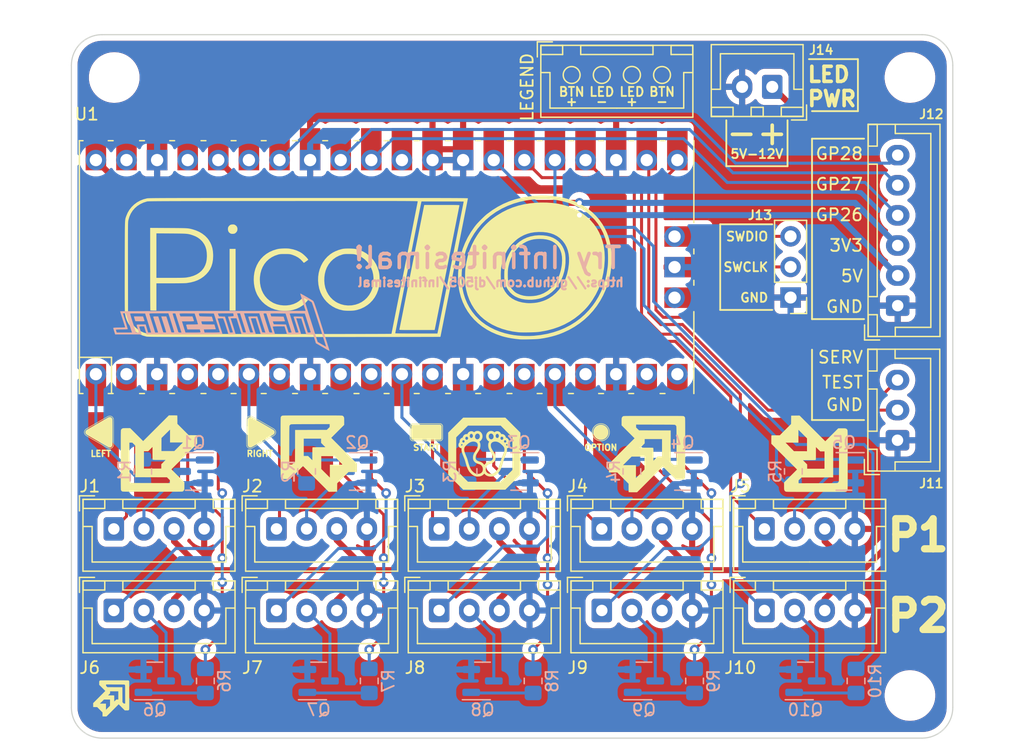
<source format=kicad_pcb>
(kicad_pcb (version 20211014) (generator pcbnew)
  (layers (0 "F.Cu" signal) (31 "B.Cu" signal) (34 "B.Paste" user) (35 "F.Paste" user) (36 "B.SilkS" user "B.Silkscreen") (37 "F.SilkS" user "F.Silkscreen") (38 "B.Mask" user) (39 "F.Mask" user) (44 "Edge.Cuts" user))
  (net 0 "")
  (net 1 "P1 DL")
  (net 2 "P1 DL LED")
  (net 3 "GND")
  (net 4 "P1 UL")
  (net 5 "P1 UL LED")
  (net 6 "P1 CN")
  (net 7 "P1 CN LED")
  (net 8 "P1 UR")
  (net 9 "P1 UR LED")
  (net 10 "P1 DR")
  (net 11 "P1 DR LED")
  (net 12 "P2 DL")
  (net 13 "P2 DL LED")
  (net 14 "P2 UL")
  (net 15 "P2 UL LED")
  (net 16 "P2 CN")
  (net 17 "P2 CN LED")
  (net 18 "P2 UR")
  (net 19 "P2 UR LED")
  (net 20 "P2 DR")
  (net 21 "P2 DR LED")
  (net 22 "TEST")
  (net 23 "SERVICE")
  (net 24 "+3V3")
  (net 25 "+5V")
  (net 26 "SWCLK")
  (net 27 "SWDIO")
  (net 32 "Net-(J1-Pad2)")
  (net 33 "Net-(J2-Pad2)")
  (net 34 "Net-(J3-Pad2)")
  (net 35 "Net-(J4-Pad2)")
  (net 36 "Net-(J5-Pad2)")
  (net 37 "LED +")
  (net 38 "GP26")
  (net 39 "GP27")
  (net 40 "GP28")
  (net 41 "Net-(J6-Pad2)")
  (net 42 "Net-(J7-Pad2)")
  (net 43 "Net-(J8-Pad2)")
  (net 44 "Net-(Q1-Pad1)")
  (net 45 "Net-(Q2-Pad1)")
  (net 46 "Net-(Q3-Pad1)")
  (net 47 "Net-(Q4-Pad1)")
  (net 48 "Net-(Q5-Pad1)")
  (net 49 "Net-(Q6-Pad1)")
  (net 50 "Net-(Q7-Pad1)")
  (net 51 "Net-(Q8-Pad1)")
  (net 52 "Net-(Q9-Pad1)")
  (net 53 "Net-(Q10-Pad1)")
  (net 54 "Net-(J9-Pad2)")
  (net 55 "Net-(J10-Pad2)")
  (footprint "Connector_JST:JST_XH_B4B-XH-A_1x04_P2.50mm_Vertical" (layer "F.Cu") (at 215 99.975)
    (fp_text reference "J5")
    (fp_text value "Conn_01x04")
  )
  (footprint "MCU_RaspberryPi_and_Boards:RPi_Pico_SMD_TH" (layer "F.Cu") (at 183.642 78.232 90)
    (fp_text reference "U1")
    (fp_text value "Pico")
  )
  (footprint "Connector_JST:JST_XH_B4B-XH-A_1x04_P2.50mm_Vertical" (layer "F.Cu") (at 215 106.75)
    (fp_text reference "J10")
    (fp_text value "Conn_01x04")
  )
  (footprint "Connector_JST:JST_XH_B4B-XH-A_1x04_P2.50mm_Vertical" (layer "F.Cu") (at 199 62.275)
    (fp_text reference "J4" hide)
    (fp_text value "Conn_01x04" hide)
  )
  (footprint "Connector_JST:JST_XH_B3B-XH-A_1x03_P2.50mm_Vertical" (layer "F.Cu") (at 226.043 92.61 90)
    (fp_text reference "J11")
    (fp_text value "Conn_01x03")
  )
  (footprint "Connector_JST:JST_XH_B4B-XH-A_1x04_P2.50mm_Vertical" (layer "F.Cu") (at 161 106.75)
    (fp_text reference "J6")
    (fp_text value "Conn_01x04")
  )
  (footprint "MountingHole:MountingHole_3.2mm_M3" (layer "F.Cu") (at 227.076 62.484)
    (fp_text reference "REF**" hide)
    (fp_text value "MountingHole_3.2mm_M3")
  )
  (footprint "Connector_JST:JST_XH_B4B-XH-A_1x04_P2.50mm_Vertical" (layer "F.Cu") (at 174.5 106.75)
    (fp_text reference "J7")
    (fp_text value "Conn_01x04")
  )
  (footprint "Connector_JST:JST_XH_B4B-XH-A_1x04_P2.50mm_Vertical" (layer "F.Cu") (at 188 99.975)
    (fp_text reference "J3")
    (fp_text value "Conn_01x04")
  )
  (footprint "Connector_JST:JST_XH_B4B-XH-A_1x04_P2.50mm_Vertical" (layer "F.Cu") (at 201.5 99.975)
    (fp_text reference "J4")
    (fp_text value "Conn_01x04")
  )
  (footprint "Connector_JST:JST_XH_B4B-XH-A_1x04_P2.50mm_Vertical" (layer "F.Cu") (at 161 99.975)
    (fp_text reference "J1")
    (fp_text value "Conn_01x04")
  )
  (footprint "Connector_JST:JST_XH_B6B-XH-A_1x06_P2.50mm_Vertical" (layer "F.Cu") (at 226.06 81.434 90)
    (fp_text reference "J12")
    (fp_text value "Conn_01x06")
  )
  (footprint "LogoFootprints:Arrow_6" (layer "F.Cu") (at 218.75 93.726 -90)
    (fp_text reference "G***" hide)
    (fp_text value "LOGO" hide)
  )
  (footprint "LogoFootprints:Btnboard_Start-2_8mm" (layer "F.Cu") (at 186.944 91.948)
    (fp_text reference "G***" hide)
    (fp_text value "LOGO" hide)
  )
  (footprint "Connector_JST:JST_XH_B4B-XH-A_1x04_P2.50mm_Vertical" (layer "F.Cu") (at 174.5 99.975)
    (fp_text reference "J2")
    (fp_text value "Conn_01x04")
  )
  (footprint "LogoFootprints:Arrow_6" (layer "F.Cu") (at 178 93.726 90)
    (fp_text reference "G***" hide)
    (fp_text value "LOGO" hide)
  )
  (footprint "LogoFootprints:Arrow_6" (layer "F.Cu") (at 205.25 93.75)
    (fp_text reference "G***" hide)
    (fp_text value "LOGO" hide)
  )
  (footprint "LogoFootprints:PicoIO" (layer "F.Cu") (at 182.118 78.232)
    (fp_text reference "G***" hide)
    (fp_text value "LOGO" hide)
  )
  (footprint "LogoFootprints:Btnboard_Options-2_8mm" (layer "F.Cu") (at 201.422 91.948)
    (fp_text reference "G***" hide)
    (fp_text value "LOGO" hide)
  )
  (footprint "LogoFootprints:Btnboard_Arrow-2_8mm" (layer "F.Cu") (at 173.228 91.948)
    (fp_text reference "G***" hide)
    (fp_text value "LOGO" hide)
  )
  (footprint "Connector_PinHeader_2.54mm:PinHeader_1x03_P2.54mm_Vertical" (layer "F.Cu") (at 217.17 80.757 180)
    (fp_text reference "J13")
    (fp_text value "Conn_01x03")
  )
  (footprint "LogoFootprints:Arrow_6" (layer "F.Cu") (at 164.75 93.726 180)
    (fp_text reference "G***" hide)
    (fp_text value "LOGO" hide)
  )
  (footprint "LogoFootprints:Arrow_3mm" (layer "F.Cu") (at 160.782 114.046)
    (fp_text reference "G***" hide)
    (fp_text value "LOGO" hide)
  )
  (footprint "LogoFootprints:Btnboard_Arrow-2_8mm" (layer "F.Cu") (at 159.766 91.948 180)
    (fp_text reference "G***" hide)
    (fp_text value "LOGO" hide)
  )
  (footprint "Connector_JST:JST_XH_B4B-XH-A_1x04_P2.50mm_Vertical" (layer "F.Cu") (at 201.5 106.75)
    (fp_text reference "J9")
    (fp_text value "Conn_01x04")
  )
  (footprint "LogoFootprints:CenterStep_6mm" (layer "F.Cu") (at 191.75 93.726)
    (fp_text reference "G***" hide)
    (fp_text value "LOGO" hide)
  )
  (footprint "MountingHole:MountingHole_3.2mm_M3" (layer "F.Cu") (at 227.076 113.810051)
    (fp_text reference "REF**" hide)
    (fp_text value "MountingHole_3.2mm_M3")
  )
  (footprint "MountingHole:MountingHole_3.2mm_M3" (layer "F.Cu") (at 161.036 62.484)
    (fp_text reference "REF**" hide)
    (fp_text value "MountingHole_3.2mm_M3")
  )
  (footprint "Connector_JST:JST_XH_B2B-XH-A_1x02_P2.50mm_Vertical" (layer "F.Cu") (at 215.646 63.263 180)
    (fp_text reference "J14")
    (fp_text value "Conn_01x02")
  )
  (footprint "Connector_JST:JST_XH_B4B-XH-A_1x04_P2.50mm_Vertical" (layer "F.Cu") (at 188 106.75)
    (fp_text reference "J8")
    (fp_text value "Conn_01x04")
  )
  (footprint "Package_TO_SOT_SMD:SOT-23" (layer "B.Cu") (at 205 112.6)
    (fp_text reference "Q9")
    (fp_text value "BSS138")
  )
  (footprint "Resistor_SMD:R_0805_2012Metric_Pad1.20x1.40mm_HandSolder" (layer "B.Cu") (at 177 95.2 90)
    (fp_text reference "R2")
    (fp_text value "10K")
  )
  (footprint "Package_TO_SOT_SMD:SOT-23" (layer "B.Cu") (at 221.6 95.2 180)
    (fp_text reference "Q5")
    (fp_text value "BSS138")
  )
  (footprint "Package_TO_SOT_SMD:SOT-23" (layer "B.Cu") (at 194.6 95.2 180)
    (fp_text reference "Q3")
    (fp_text value "BSS138")
  )
  (footprint "Resistor_SMD:R_0805_2012Metric_Pad1.20x1.40mm_HandSolder" (layer "B.Cu") (at 204 95.2 90)
    (fp_text reference "R4")
    (fp_text value "10K")
  )
  (footprint "Resistor_SMD:R_0805_2012Metric_Pad1.20x1.40mm_HandSolder" (layer "B.Cu") (at 190.4 95.2 90)
    (fp_text reference "R3")
    (fp_text value "10K")
  )
  (footprint "LogoFootprints:InfinitesimalLoop_18mm" (layer "B.Cu") (at 169.926 76.2 180)
    (fp_text reference "G***" hide)
    (fp_text value "LOGO" hide)
  )
  (footprint "Resistor_SMD:R_0805_2012Metric_Pad1.20x1.40mm_HandSolder" (layer "B.Cu") (at 217.4 95.2 90)
    (fp_text reference "R5")
    (fp_text value "10K")
  )
  (footprint "Resistor_SMD:R_0805_2012Metric_Pad1.20x1.40mm_HandSolder" (layer "B.Cu") (at 163.4 95.2 90)
    (fp_text reference "R1")
    (fp_text value "10K")
  )
  (footprint "Resistor_SMD:R_0805_2012Metric_Pad1.20x1.40mm_HandSolder" (layer "B.Cu") (at 182.2 112.6 -90)
    (fp_text reference "R7")
    (fp_text value "10K")
  )
  (footprint "Package_TO_SOT_SMD:SOT-23" (layer "B.Cu") (at 181.2 95.2 180)
    (fp_text reference "Q2")
    (fp_text value "BSS138")
  )
  (footprint "Package_TO_SOT_SMD:SOT-23" (layer "B.Cu") (at 208.2 95.2 180)
    (fp_text reference "Q4")
    (fp_text value "BSS138")
  )
  (footprint "Package_TO_SOT_SMD:SOT-23" (layer "B.Cu") (at 178 112.6)
    (fp_text reference "Q7")
    (fp_text value "BSS138")
  )
  (footprint "Resistor_SMD:R_0805_2012Metric_Pad1.20x1.40mm_HandSolder" (layer "B.Cu") (at 222.6 112.6 -90)
    (fp_text reference "R10")
    (fp_text value "10K")
  )
  (footprint "Resistor_SMD:R_0805_2012Metric_Pad1.20x1.40mm_HandSolder" (layer "B.Cu") (at 195.8 112.6 -90)
    (fp_text reference "R8")
    (fp_text value "10K")
  )
  (footprint "Package_TO_SOT_SMD:SOT-23" (layer "B.Cu") (at 218.4 112.6)
    (fp_text reference "Q10")
    (fp_text value "BSS138")
  )
  (footprint "Package_TO_SOT_SMD:SOT-23" (layer "B.Cu") (at 191.6 112.6)
    (fp_text reference "Q8")
    (fp_text value "BSS138")
  )
  (footprint "LogoFootprints:InfinitesimalLogo_18mm" (layer "B.Cu") (at 169.926 82.804 180)
    (fp_text reference "G***" hide)
    (fp_text value "LOGO" hide)
  )
  (footprint "Package_TO_SOT_SMD:SOT-23" (layer "B.Cu") (at 167.6 95.2 180)
    (fp_text reference "Q1")
    (fp_text value "BSS138")
  )
  (footprint "Resistor_SMD:R_0805_2012Metric_Pad1.20x1.40mm_HandSolder" (layer "B.Cu") (at 209.2 112.6 -90)
    (fp_text reference "R9")
    (fp_text value "10K")
  )
  (footprint "Package_TO_SOT_SMD:SOT-23" (layer "B.Cu") (at 164.4 112.6)
    (fp_text reference "Q6")
    (fp_text value "BSS138")
  )
  (footprint "Resistor_SMD:R_0805_2012Metric_Pad1.20x1.40mm_HandSolder" (layer "B.Cu") (at 168.6 112.6 -90)
    (fp_text reference "R6")
    (fp_text value "10K")
  )
  (gr_line (start 215.646 74.676) (end 211.328 74.676) (layer "F.SilkS") (width 0.15))
  (gr_line (start 211.328 81.788) (end 215.646 81.788) (layer "F.SilkS") (width 0.15))
  (gr_line (start 218.948 67.564) (end 218.948 82.55) (layer "F.SilkS") (width 0.15))
  (gr_line (start 211.328 74.676) (end 211.328 81.788) (layer "F.SilkS") (width 0.15))
  (gr_line (start 218.948 90.932) (end 218.948 85.09) (layer "F.SilkS") (width 0.15))
  (gr_line (start 222.758 65.278) (end 218.948 65.278) (layer "F.SilkS") (width 0.15))
  (gr_line (start 211.836 69.85) (end 216.916 69.85) (layer "F.SilkS") (width 0.15))
  (gr_line (start 216.916 69.85) (end 216.916 66.04) (layer "F.SilkS") (width 0.15))
  (gr_line (start 218.948 82.55) (end 223.266 82.55) (layer "F.SilkS") (width 0.15))
  (gr_line (start 218.694 60.96) (end 222.758 60.96) (layer "F.SilkS") (width 0.15))
  (gr_line (start 223.266 90.932) (end 218.948 90.932) (layer "F.SilkS") (width 0.15))
  (gr_line (start 222.758 60.96) (end 222.758 65.278) (layer "F.SilkS") (width 0.15))
  (gr_line (start 211.836 66.04) (end 211.836 69.85) (layer "F.SilkS") (width 0.15))
  (gr_line (start 223.266 67.564) (end 218.948 67.564) (layer "F.SilkS") (width 0.15))
  (gr_arc (start 160.02 117.348) (mid 158.223931 116.604054) (end 157.48 114.808) (layer "Edge.Cuts") (width 0.1))
  (gr_arc (start 230.632 114.808) (mid 229.888034 116.60402) (end 228.092 117.348) (layer "Edge.Cuts") (width 0.1))
  (gr_arc (start 228.092 58.928) (mid 229.888051 59.671949) (end 230.632 61.468) (layer "Edge.Cuts") (width 0.1))
  (gr_line (start 230.632 114.808) (end 230.632 61.468) (layer "Edge.Cuts") (width 0.1))
  (gr_line (start 157.48 61.468) (end 157.48 114.808) (layer "Edge.Cuts") (width 0.1))
  (gr_arc (start 157.48 61.468) (mid 158.223949 59.671949) (end 160.02 58.928) (layer "Edge.Cuts") (width 0.1))
  (gr_line (start 160.02 117.348) (end 228.092 117.348) (layer "Edge.Cuts") (width 0.1))
  (gr_line (start 160.02 58.928) (end 228.092 58.928) (layer "Edge.Cuts") (width 0.1))
  (gr_text "https://github.com/dj505/Infinitesimal" (at 192.278 79.502) (layer "B.SilkS") (effects (font (size 0.73 0.73) (thickness 0.1825)) (justify mirror)))
  (gr_text "Try Infinitesimal!" (at 192.024 77.47) (layer "B.SilkS") (effects (font (size 1.75 1.75) (thickness 0.3)) (justify mirror)))
  (gr_text "LED\nPWR" (at 218.44 63.246) (layer "F.SilkS") (effects (font (size 1.25 1.25) (thickness 0.3)) (justify left)))
  (gr_text "LEGEND" (at 195.306 63.286 90) (layer "F.SilkS") (effects (font (size 1 1))))
  (gr_text "GND" (at 215.392 80.772) (layer "F.SilkS") (effects (font (size 0.75 0.75)) (justify right)))
  (gr_text "P1\n" (at 227.75 100.5) (layer "F.SilkS") (effects (font (size 2.5 2.5) (thickness 0.6))))
  (gr_text "GP27\n" (at 223.266 71.354) (layer "F.SilkS") (effects (font (size 1 1)) (justify right)))
  (gr_text "LEFT" (at 159.004 93.726) (layer "F.SilkS") (effects (font (size 0.5 0.5) (thickness 0.125)) (justify left)))
  (gr_text "P2\n" (at 227.75 107.2) (layer "F.SilkS") (effects (font (size 2.5 2.5) (thickness 0.6))))
  (gr_text "3V3" (at 223.266 76.434) (layer "F.SilkS") (effects (font (size 1 1)) (justify right)))
  (gr_text "OPTION" (at 201.422 93.218) (layer "F.SilkS") (effects (font (size 0.5 0.5) (thickness 0.125))))
  (gr_text "5V" (at 223.266 78.974) (layer "F.SilkS") (effects (font (size 1 1)) (justify right)))
  (gr_text "-\n" (at 213.106 67.056) (layer "F.SilkS") (effects (font (size 2 2) (thickness 0.3))))
  (gr_text "GND" (at 223.266 89.662) (layer "F.SilkS") (effects (font (size 1 1)) (justify right)))
  (gr_text "SERV" (at 223.266 85.72) (layer "F.SilkS") (effects (font (size 1 1)) (justify right)))
  (gr_text "GP26\n" (at 223.266 73.894) (layer "F.SilkS") (effects (font (size 1 1)) (justify right)))
  (gr_text "5V-12V" (at 214.376 68.834) (layer "F.SilkS") (effects (font (size 0.75 0.75))))
  (gr_text "GP28" (at 223.266 68.814) (layer "F.SilkS") (effects (font (size 1 1)) (justify right)))
  (gr_text "RIGHT" (at 171.958 93.726) (layer "F.SilkS") (effects (font (size 0.5 0.5) (thickness 0.125)) (justify left)))
  (gr_text "SWDIO" (at 215.392 75.692) (layer "F.SilkS") (effects (font (size 0.75 0.75)) (justify right)))
  (gr_text "TEST" (at 223.266 87.8) (layer "F.SilkS") (effects (font (size 1 1)) (justify right)))
  (gr_text "GND" (at 223.266 81.514) (layer "F.SilkS") (effects (font (size 1 1)) (justify right)))
  (gr_text "SWCLK\n" (at 215.392 78.232) (layer "F.SilkS") (effects (font (size 0.75 0.75)) (justify right)))
  (gr_text "START" (at 186.944 93.218) (layer "F.SilkS") (effects (font (size 0.5 0.5) (thickness 0.125))))
  (gr_text "+" (at 215.646 67.056) (layer "F.SilkS") (effects (font (size 2 2) (thickness 0.3))))
  (segment (start 162.052 87.122) (end 162.052 98.923) (width 0.25) (layer "F.Cu") (net 1))
  (segment (start 162.052 98.923) (end 161 99.975) (width 0.25) (layer "F.Cu") (net 1))
  (segment (start 163.4 96.2) (end 159.512 92.312) (width 0.25) (layer "B.Cu") (net 2))
  (segment (start 159.512 92.312) (end 159.512 87.122) (width 0.25) (layer "B.Cu") (net 2))
  (segment (start 174.752 99.723) (end 174.752 87.122) (width 0.25) (layer "F.Cu") (net 4))
  (segment (start 174.5 99.975) (end 174.752 99.723) (width 0.25) (layer "F.Cu") (net 4))
  (segment (start 172.212 91.412) (end 172.212 87.122) (width 0.25) (layer "B.Cu") (net 5))
  (segment (start 177 96.2) (end 172.212 91.412) (width 0.25) (layer "B.Cu") (net 5))
  (segment (start 187.452 99.427) (end 187.452 87.122) (width 0.25) (layer "F.Cu") (net 6))
  (segment (start 188 99.975) (end 187.452 99.427) (width 0.25) (layer "F.Cu") (net 6))
  (segment (start 184.912 90.712) (end 184.912 87.122) (width 0.25) (layer "B.Cu") (net 7))
  (segment (start 190.4 96.2) (end 184.912 90.712) (width 0.25) (layer "B.Cu") (net 7))
  (segment (start 200.152 98.627) (end 201.5 99.975) (width 0.25) (layer "F.Cu") (net 8))
  (segment (start 200.152 87.122) (end 200.152 98.627) (width 0.25) (layer "F.Cu") (net 8))
  (segment (start 197.612 89.812) (end 197.612 87.122) (width 0.25) (layer "B.Cu") (net 9))
  (segment (start 204 96.2) (end 197.612 89.812) (width 0.25) (layer "B.Cu") (net 9))
  (segment (start 203.6 71.4) (end 201 71.4) (width 0.25) (layer "F.Cu") (net 10))
  (segment (start 196.53 70.8) (end 195.072 69.342) (width 0.25) (layer "F.Cu") (net 10))
  (segment (start 212.2 89) (end 207.6 84.4) (width 0.25) (layer "F.Cu") (net 10))
  (segment (start 215 99.975) (end 212.2 97.175) (width 0.25) (layer "F.Cu") (net 10))
  (segment (start 204.2 82.4) (end 204.2 72) (width 0.25) (layer "F.Cu") (net 10))
  (segment (start 200.4 70.8) (end 196.53 70.8) (width 0.25) (layer "F.Cu") (net 10))
  (segment (start 212.2 97.175) (end 212.2 89) (width 0.25) (layer "F.Cu") (net 10))
  (segment (start 207.6 84.4) (end 206.2 84.4) (width 0.25) (layer "F.Cu") (net 10))
  (segment (start 201 71.4) (end 200.4 70.8) (width 0.25) (layer "F.Cu") (net 10))
  (segment (start 204.2 72) (end 203.6 71.4) (width 0.25) (layer "F.Cu") (net 10))
  (segment (start 206.2 84.4) (end 204.2 82.4) (width 0.25) (layer "F.Cu") (net 10))
  (segment (start 205 76.73) (end 203.962 75.692) (width 0.25) (layer "B.Cu") (net 11))
  (segment (start 216.8 96.2) (end 216 95.4) (width 0.25) (layer "B.Cu") (net 11))
  (segment (start 205 81.4) (end 205 76.73) (width 0.25) (layer "B.Cu") (net 11))
  (segment (start 198.882 75.692) (end 192.532 69.342) (width 0.25) (layer "B.Cu") (net 11))
  (segment (start 216 95.4) (end 216 92.4) (width 0.25) (layer "B.Cu") (net 11))
  (segment (start 216 92.4) (end 205 81.4) (width 0.25) (layer "B.Cu") (net 11))
  (segment (start 217.4 96.2) (end 216.8 96.2) (width 0.25) (layer "B.Cu") (net 11))
  (segment (start 203.962 75.692) (end 198.882 75.692) (width 0.25) (layer "B.Cu") (net 11))
  (segment (start 169.672 96.672) (end 169.672 87.122) (width 0.25) (layer "F.Cu") (net 12))
  (segment (start 170 97) (end 169.672 96.672) (width 0.25) (layer "F.Cu") (net 12))
  (via (at 170 97) (size 0.8) (drill 0.4) (layers "F.Cu" "B.Cu") (net 12))
  (segment (start 170 100.8) (end 170 97) (width 0.25) (layer "B.Cu") (net 12))
  (segment (start 169.2 101.6) (end 170 100.8) (width 0.25) (layer "B.Cu") (net 12))
  (segment (start 166.15 101.6) (end 169.2 101.6) (width 0.25) (layer "B.Cu") (net 12))
  (segment (start 161 106.75) (end 166.15 101.6) (width 0.25) (layer "B.Cu") (net 12))
  (segment (start 170 102.4) (end 170 99) (width 0.25) (layer "F.Cu") (net 13))
  (segment (start 170 108.6) (end 168.6 110) (width 0.25) (layer "F.Cu") (net 13))
  (segment (start 167.132 96.132) (end 167.132 87.122) (width 0.25) (layer "F.Cu") (net 13))
  (segment (start 170 99) (end 167.132 96.132) (width 0.25) (layer "F.Cu") (net 13))
  (segment (start 170 104.4) (end 170 108.6) (width 0.25) (layer "F.Cu") (net 13))
  (via (at 168.6 110) (size 0.8) (drill 0.4) (layers "F.Cu" "B.Cu") (net 13))
  (via (at 170 102.4) (size 0.8) (drill 0.4) (layers "F.Cu" "B.Cu") (net 13))
  (via (at 170 104.4) (size 0.8) (drill 0.4) (layers "F.Cu" "B.Cu") (net 13))
  (segment (start 170 104.4) (end 170 102.4) (width 0.25) (layer "B.Cu") (net 13))
  (segment (start 168.6 111.6) (end 168.6 110) (width 0.25) (layer "B.Cu") (net 13))
  (segment (start 183.6 97) (end 182.372 95.772) (width 0.25) (layer "F.Cu") (net 14))
  (segment (start 182.372 95.772) (end 182.372 87.122) (width 0.25) (layer "F.Cu") (net 14))
  (via (at 183.6 97) (size 0.8) (drill 0.4) (layers "F.Cu" "B.Cu") (net 14))
  (segment (start 174.5 106.75) (end 179.65 101.6) (width 0.25) (layer "B.Cu") (net 14))
  (segment (start 183.6 100.6) (end 183.6 97) (width 0.25) (layer "B.Cu") (net 14))
  (segment (start 182.6 101.6) (end 183.6 100.6) (width 0.25) (layer "B.Cu") (net 14))
  (segment (start 179.65 101.6) (end 182.6 101.6) (width 0.25) (layer "B.Cu") (net 14))
  (segment (start 183.4 108.8) (end 182.2 110) (width 0.25) (layer "F.Cu") (net 15))
  (segment (start 179.832 95.232) (end 179.832 87.122) (width 0.25) (layer "F.Cu") (net 15))
  (segment (start 183.4 98.8) (end 179.832 95.232) (width 0.25) (layer "F.Cu") (net 15))
  (segment (start 183.4 102.4) (end 183.4 98.8) (width 0.25) (layer "F.Cu") (net 15))
  (segment (start 183.4 104.4) (end 183.4 108.8) (width 0.25) (layer "F.Cu") (net 15))
  (via (at 183.4 104.4) (size 0.8) (drill 0.4) (layers "F.Cu" "B.Cu") (net 15))
  (via (at 183.4 102.4) (size 0.8) (drill 0.4) (layers "F.Cu" "B.Cu") (net 15))
  (via (at 182.2 110) (size 0.8) (drill 0.4) (layers "F.Cu" "B.Cu") (net 15))
  (segment (start 182.2 111.6) (end 182.2 110) (width 0.25) (layer "B.Cu") (net 15))
  (segment (start 183.4 104.4) (end 183.4 102.4) (width 0.25) (layer "B.Cu") (net 15))
  (segment (start 197 97) (end 195.072 95.072) (width 0.25) (layer "F.Cu") (net 16))
  (segment (start 195.072 95.072) (end 195.072 87.122) (width 0.25) (layer "F.Cu") (net 16))
  (via (at 197 97) (size 0.8) (drill 0.4) (layers "F.Cu" "B.Cu") (net 16))
  (segment (start 193.35 101.4) (end 196.2 101.4) (width 0.25) (layer "B.Cu") (net 16))
  (segment (start 196.2 101.4) (end 197 100.6) (width 0.25) (layer "B.Cu") (net 16))
  (segment (start 197 100.6) (end 197 97) (width 0.25) (layer "B.Cu") (net 16))
  (segment (start 188 106.75) (end 193.35 101.4) (width 0.25) (layer "B.Cu") (net 16))
  (segment (start 197 108.8) (end 195.8 110) (width 0.25) (layer "F.Cu") (net 17))
  (segment (start 197 104.6) (end 197 108.8) (width 0.25) (layer "F.Cu") (net 17))
  (segment (start 197 99.2) (end 192.532 94.732) (width 0.25) (layer "F.Cu") (net 17))
  (segment (start 197 102.4) (end 197 99.2) (width 0.25) (layer "F.Cu") (net 17))
  (segment (start 192.532 94.732) (end 192.532 87.122) (width 0.25) (layer "F.Cu") (net 17))
  (via (at 197 102.4) (size 0.8) (drill 0.4) (layers "F.Cu" "B.Cu") (net 17))
  (via (at 195.8 110) (size 0.8) (drill 0.4) (layers "F.Cu" "B.Cu") (net 17))
  (via (at 197 104.6) (size 0.8) (drill 0.4) (layers "F.Cu" "B.Cu") (net 17))
  (segment (start 195.8 111.6) (end 195.8 110) (width 0.25) (layer "B.Cu") (net 17))
  (segment (start 197 104.6) (end 197 102.4) (width 0.25) (layer "B.Cu") (net 17))
  (segment (start 207.8 87.15) (end 207.772 87.122) (width 0.25) (layer "F.Cu") (net 18))
  (segment (start 207.8 94.2) (end 207.8 87.15) (width 0.25) (layer "F.Cu") (net 18))
  (segment (start 210.6 97) (end 207.8 94.2) (width 0.25) (layer "F.Cu") (net 18))
  (via (at 210.6 97) (size 0.8) (drill 0.4) (layers "F.Cu" "B.Cu") (net 18))
  (segment (start 206.65 101.6) (end 209.6 101.6) (width 0.25) (layer "B.Cu") (net 18))
  (segment (start 209.6 101.6) (end 210.6 100.6) (width 0.25) (layer "B.Cu") (net 18))
  (segment (start 210.6 100.6) (end 210.6 97) (width 0.25) (layer "B.Cu") (net 18))
  (segment (start 201.5 106.75) (end 206.65 101.6) (width 0.25) (layer "B.Cu") (net 18))
  (segment (start 205.232 94.032) (end 205.232 87.122) (width 0.25) (layer "F.Cu") (net 19))
  (segment (start 210.6 99.4) (end 205.232 94.032) (width 0.25) (layer "F.Cu") (net 19))
  (segment (start 210.6 102.4) (end 210.6 99.4) (width 0.25) (layer "F.Cu") (net 19))
  (segment (start 210.6 104.6) (end 210.6 108.6) (width 0.25) (layer "F.Cu") (net 19))
  (segment (start 210.6 108.6) (end 209.2 110) (width 0.25) (layer "F.Cu") (net 19))
  (via (at 210.6 104.6) (size 0.8) (drill 0.4) (layers "F.Cu" "B.Cu") (net 19))
  (via (at 210.6 102.4) (size 0.8) (drill 0.4) (layers "F.Cu" "B.Cu") (net 19))
  (via (at 209.2 110) (size 0.8) (drill 0.4) (layers "F.Cu" "B.Cu") (net 19))
  (segment (start 209.2 111.6) (end 209.2 110) (width 0.25) (layer "B.Cu") (net 19))
  (segment (start 210.6 104.6) (end 210.6 102.4) (width 0.25) (layer "B.Cu") (net 19))
  (segment (start 201.61 70.8) (end 200.152 69.342) (width 0.25) (layer "F.Cu") (net 20))
  (segment (start 206.4 83.8) (end 204.8 82.2) (width 0.25) (layer "F.Cu") (net 20))
  (segment (start 204.8 71.6) (end 204 70.8) (width 0.25) (layer "F.Cu") (net 20))
  (segment (start 213 96.2) (end 213 88.8) (width 0.25) (layer "F.Cu") (net 20))
  (segment (start 208 83.8) (end 206.4 83.8) (width 0.25) (layer "F.Cu") (net 20))
  (segment (start 204 70.8) (end 201.61 70.8) (width 0.25) (layer "F.Cu") (net 20))
  (segment (start 213 88.8) (end 208 83.8) (width 0.25) (layer "F.Cu") (net 20))
  (segment (start 204.8 82.2) (end 204.8 71.6) (width 0.25) (layer "F.Cu") (net 20))
  (via (at 213 96.2) (size 0.8) (drill 0.4) (layers "F.Cu" "B.Cu") (net 20))
  (segment (start 212.2 97) (end 212.2 103.95) (width 0.25) (layer "B.Cu") (net 20))
  (segment (start 213 96.2) (end 212.2 97) (width 0.25) (layer "B.Cu") (net 20))
  (segment (start 212.2 103.95) (end 215 106.75) (width 0.25) (layer "B.Cu") (net 20))
  (segment (start 222.6 111.6) (end 224 110.2) (width 0.25) (layer "B.Cu") (net 21))
  (segment (start 205.8 76.514) (end 204.216 74.93) (width 0.25) (layer "B.Cu") (net 21))
  (segment (start 204.216 74.93) (end 199.325 74.93) (width 0.25) (layer "B.Cu") (net 21))
  (segment (start 217.678 92.964) (end 205.8 81.086) (width 0.25) (layer "B.Cu") (net 21))
  (segment (start 199.325 74.93) (end 197.612 73.217) (width 0.25) (layer "B.Cu") (net 21))
  (segment (start 205.8 81.086) (end 205.8 76.514) (width 0.25) (layer "B.Cu") (net 21))
  (segment (start 224 93.698) (end 223.266 92.964) (width 0.25) (layer "B.Cu") (net 21))
  (segment (start 197.612 73.217) (end 197.612 69.342) (width 0.25) (layer "B.Cu") (net 21))
  (segment (start 223.266 92.964) (end 217.678 92.964) (width 0.25) (layer "B.Cu") (net 21))
  (segment (start 224 110.2) (end 224 93.698) (width 0.25) (layer "B.Cu") (net 21))
  (segment (start 205.232 69.342) (end 205.4 69.51) (width 0.25) (layer "F.Cu") (net 22))
  (segment (start 205.4 69.51) (end 205.4 82) (width 0.25) (layer "F.Cu") (net 22))
  (segment (start 208.2 83) (end 215.31 90.11) (width 0.25) (layer "F.Cu") (net 22))
  (segment (start 215.31 90.11) (end 226.043 90.11) (width 0.25) (layer "F.Cu") (net 22))
  (segment (start 206.4 83) (end 208.2 83) (width 0.25) (layer "F.Cu") (net 22))
  (segment (start 205.4 82) (end 206.4 83) (width 0.25) (layer "F.Cu") (net 22))
  (segment (start 208.6 82.4) (end 215.6 89.4) (width 0.25) (layer "F.Cu") (net 23))
  (segment (start 224.253 89.4) (end 226.043 87.61) (width 0.25) (layer "F.Cu") (net 23))
  (segment (start 205.994 81.794) (end 206.6 82.4) (width 0.25) (layer "F.Cu") (net 23))
  (segment (start 205.994 71.606) (end 205.994 81.794) (width 0.25) (layer "F.Cu") (net 23))
  (segment (start 215.6 89.4) (end 224.253 89.4) (width 0.25) (layer "F.Cu") (net 23))
  (segment (start 207.772 69.342) (end 207.772 69.828) (width 0.25) (layer "F.Cu") (net 23))
  (segment (start 206.6 82.4) (end 208.6 82.4) (width 0.25) (layer "F.Cu") (net 23))
  (segment (start 207.772 69.828) (end 205.994 71.606) (width 0.25) (layer "F.Cu") (net 23))
  (segment (start 199.644 72.898) (end 173.228 72.898) (width 0.5) (layer "F.Cu") (net 24))
  (segment (start 173.228 72.898) (end 169.672 69.342) (width 0.5) (layer "F.Cu") (net 24))
  (via (at 199.644 72.898) (size 0.8) (drill 0.4) (layers "F.Cu" "B.Cu") (net 24))
  (segment (start 199.644 72.898) (end 222.524 72.898) (width 0.5) (layer "B.Cu") (net 24))
  (segment (start 222.524 72.898) (end 226.06 76.434) (width 0.5) (layer "B.Cu") (net 24))
  (segment (start 199.644 73.914) (end 164.084 73.914) (width 0.5) (layer "F.Cu") (net 25))
  (segment (start 164.084 73.914) (end 159.512 69.342) (width 0.5) (layer "F.Cu") (net 25))
  (via (at 199.644 73.914) (size 0.8) (drill 0.4) (layers "F.Cu" "B.Cu") (net 25))
  (segment (start 221.04 73.914) (end 226.06 78.934) (width 0.5) (layer "B.Cu") (net 25))
  (segment (start 199.644 73.914) (end 221.04 73.914) (width 0.5) (layer "B.Cu") (net 25))
  (segment (start 207.542 80.772) (end 210.058 80.772) (width 0.25) (layer "F.Cu") (net 26))
  (segment (start 212.613 78.217) (end 217.17 78.217) (width 0.25) (layer "F.Cu") (net 26))
  (segment (start 210.058 80.772) (end 212.613 78.217) (width 0.25) (layer "F.Cu") (net 26))
  (segment (start 207.557 75.677) (end 217.17 75.677) (width 0.25) (layer "F.Cu") (net 27))
  (segment (start 207.542 75.692) (end 207.557 75.677) (width 0.25) (layer "F.Cu") (net 27))
  (segment (start 163.5 98.3625) (end 163.5 99.975) (width 0.25) (layer "B.Cu") (net 32))
  (segment (start 166.6625 95.2) (end 163.5 98.3625) (width 0.25) (layer "B.Cu") (net 32))
  (segment (start 177 98.4625) (end 177 99.975) (width 0.25) (layer "B.Cu") (net 33))
  (segment (start 180.2625 95.2) (end 177 98.4625) (width 0.25) (layer "B.Cu") (net 33))
  (segment (start 193.6625 95.2) (end 190.5 98.3625) (width 0.25) (layer "B.Cu") (net 34))
  (segment (start 190.5 98.3625) (end 190.5 99.975) (width 0.25) (layer "B.Cu") (net 34))
  (segment (start 207.2625 95.2) (end 204 98.4625) (width 0.25) (layer "B.Cu") (net 35))
  (segment (start 204 98.4625) (end 204 99.975) (width 0.25) (layer "B.Cu") (net 35))
  (segment (start 220.6625 95.2) (end 217.5 98.3625) (width 0.25) (layer "B.Cu") (net 36))
  (segment (start 217.5 98.3625) (end 217.5 99.975) (width 0.25) (layer "B.Cu") (net 36))
  (segment (start 223.2 103.4) (end 228.6 98) (width 0.5) (layer "F.Cu") (net 37))
  (segment (start 227.33 66.294) (end 218.694 66.294) (width 0.5) (layer "F.Cu") (net 37))
  (segment (start 209 103.4) (end 206.5 100.9) (width 0.5) (layer "F.Cu") (net 37))
  (segment (start 220 106.75) (end 220 105.8) (width 0.5) (layer "F.Cu") (net 37))
  (segment (start 215.663 63.263) (end 215.646 63.263) (width 0.5) (layer "F.Cu") (net 37))
  (segment (start 222.4 103.4) (end 223.2 103.4) (width 0.5) (layer "F.Cu") (net 37))
  (segment (start 166 106.75) (end 166 105.8) (width 0.5) (layer "F.Cu") (net 37))
  (segment (start 193 101) (end 193 99.975) (width 0.5) (layer "F.Cu") (net 37))
  (segment (start 206.5 100.9) (end 206.5 99.975) (width 0.5) (layer "F.Cu") (net 37))
  (segment (start 222.4 103.4) (end 220 101) (width 0.5) (layer "F.Cu") (net 37))
  (segment (start 206.5 106.75) (end 206.5 105.9) (width 0.5) (layer "F.Cu") (net 37))
  (segment (start 220 101) (end 220 99.975) (width 0.5) (layer "F.Cu") (net 37))
  (segment (start 179.5 105.9) (end 182 103.4) (width 0.5) (layer "F.Cu") (net 37))
  (segment (start 228.6 67.564) (end 227.33 66.294) (width 0.5) (layer "F.Cu") (net 37))
  (segment (start 168.4 103.4) (end 182 103.4) (width 0.5) (layer "F.Cu") (net 37))
  (segment (start 179.5 100.9) (end 182 103.4) (width 0.5) (layer "F.Cu") (net 37))
  (segment (start 220 105.8) (end 222.4 103.4) (width 0.5) (layer "F.Cu") (net 37))
  (segment (start 206.5 105.9) (end 209 103.4) (width 0.5) (layer "F.Cu") (net 37))
  (segment (start 228.6 98) (end 228.6 67.564) (width 0.5) (layer "F.Cu") (net 37))
  (segment (start 218.694 66.294) (end 215.663 63.263) (width 0.5) (layer "F.Cu") (net 37))
  (segment (start 195.4 103.4) (end 182 103.4) (width 0.5) (layer "F.Cu") (net 37))
  (segment (start 195.4 103.4) (end 193 101) (width 0.5) (layer "F.Cu") (net 37))
  (segment (start 209 103.4) (end 195.4 103.4) (width 0.5) (layer "F.Cu") (net 37))
  (segment (start 179.5 99.975) (end 179.5 100.9) (width 0.5) (layer "F.Cu") (net 37))
  (segment (start 193 105.8) (end 195.4 103.4) (width 0.5) (layer "F.Cu") (net 37))
  (segment (start 193 106.75) (end 193 105.8) (width 0.5) (layer "F.Cu") (net 37))
  (segment (start 166 105.8) (end 168.4 103.4) (width 0.5) (layer "F.Cu") (net 37))
  (segment (start 166 99.975) (end 166 101) (width 0.5) (layer "F.Cu") (net 37))
  (segment (start 222.4 103.4) (end 209 103.4) (width 0.5) (layer "F.Cu") (net 37))
  (segment (start 166 101) (end 168.4 103.4) (width 0.5) (layer "F.Cu") (net 37))
  (segment (start 179.5 106.75) (end 179.5 105.9) (width 0.5) (layer "F.Cu") (net 37))
  (segment (start 226.06 73.914) (end 226.06 73.934) (width 0.25) (layer "B.Cu") (net 38))
  (segment (start 223.346 71.2) (end 226.06 73.914) (width 0.25) (layer "B.Cu") (net 38))
  (segment (start 182.372 69.342) (end 184.15 67.564) (width 0.25) (layer "B.Cu") (net 38))
  (segment (start 211.916 71.2) (end 223.346 71.2) (width 0.25) (layer "B.Cu") (net 38))
  (segment (start 208.28 67.564) (end 211.916 71.2) (width 0.25) (layer "B.Cu") (net 38))
  (segment (start 184.15 67.564) (end 208.28 67.564) (width 0.25) (layer "B.Cu") (net 38))
  (segment (start 182.372 66.802) (end 208.788 66.802) (width 0.25) (layer "B.Cu") (net 39))
  (segment (start 208.788 66.802) (end 212.386 70.4) (width 0.25) (layer "B.Cu") (net 39))
  (segment (start 179.832 69.342) (end 182.372 66.802) (width 0.25) (layer "B.Cu") (net 39))
  (segment (start 212.386 70.4) (end 225.026 70.4) (width 0.25) (layer "B.Cu") (net 39))
  (segment (start 225.026 70.4) (end 226.06 71.434) (width 0.25) (layer "B.Cu") (net 39))
  (segment (start 209.042 66.04) (end 212.602 69.6) (width 0.25) (layer "B.Cu") (net 40))
  (segment (start 178.054 66.04) (end 209.042 66.04) (width 0.25) (layer "B.Cu") (net 40))
  (segment (start 225.394 69.6) (end 226.06 68.934) (width 0.25) (layer "B.Cu") (net 40))
  (segment (start 174.752 69.342) (end 178.054 66.04) (width 0.25) (layer "B.Cu") (net 40))
  (segment (start 212.602 69.6) (end 225.394 69.6) (width 0.25) (layer "B.Cu") (net 40))
  (segment (start 163.5 106.75) (end 165.3375 108.5875) (width 0.25) (layer "B.Cu") (net 41))
  (segment (start 165.3375 108.5875) (end 165.3375 112.6) (width 0.25) (layer "B.Cu") (net 41))
  (segment (start 178.9375 108.6875) (end 178.9375 112.6) (width 0.25) (layer "B.Cu") (net 42))
  (segment (start 177 106.75) (end 178.9375 108.6875) (width 0.25) (layer "B.Cu") (net 42))
  (segment (start 192.5375 108.7875) (end 192.5375 112.6) (width 0.25) (layer "B.Cu") (net 43))
  (segment (start 190.5 106.75) (end 192.5375 108.7875) (width 0.25) (layer "B.Cu") (net 43))
  (segment (start 163.4 94.2) (end 163.45 94.25) (width 0.25) (layer "B.Cu") (net 44))
  (segment (start 163.45 94.25) (end 168.5375 94.25) (width 0.25) (layer "B.Cu") (net 44))
  (segment (start 177 94.2) (end 177.05 94.25) (width 0.25) (layer "B.Cu") (net 45))
  (segment (start 177.05 94.25) (end 182.1375 94.25) (width 0.25) (layer "B.Cu") (net 45))
  (segment (start 190.4 94.2) (end 195.4875 94.2) (width 0.25) (layer "B.Cu") (net 46))
  (segment (start 195.4875 94.2) (end 195.5375 94.25) (width 0.25) (layer "B.Cu") (net 46))
  (segment (start 209.0875 94.2) (end 209.1375 94.25) (width 0.25) (layer "B.Cu") (net 47))
  (segment (start 204 94.2) (end 209.0875 94.2) (width 0.25) (layer "B.Cu") (net 47))
  (segment (start 222.4875 94.2) (end 222.5375 94.25) (width 0.25) (layer "B.Cu") (net 48))
  (segment (start 217.4 94.2) (end 222.4875 94.2) (width 0.25) (layer "B.Cu") (net 48))
  (segment (start 168.6 113.6) (end 163.5125 113.6) (width 0.25) (layer "B.Cu") (net 49))
  (segment (start 182.2 113.6) (end 177.1125 113.6) (width 0.25) (layer "B.Cu") (net 50))
  (segment (start 195.8 113.6) (end 190.7125 113.6) (width 0.25) (layer "B.Cu") (net 51))
  (segment (start 209.2 113.6) (end 204.1125 113.6) (width 0.25) (layer "B.Cu") (net 52))
  (segment (start 222.6 113.6) (end 217.5125 113.6) (width 0.25) (layer "B.Cu") (net 53))
  (segment (start 205.9375 108.6875) (end 205.9375 112.6) (width 0.25) (layer "B.Cu") (net 54))
  (segment (start 204 106.75) (end 205.9375 108.6875) (width 0.25) (layer "B.Cu") (net 54))
  (segment (start 217.5 106.75) (end 219.3375 108.5875) (width 0.25) (layer "B.Cu") (net 55))
  (segment (start 219.3375 108.5875) (end 219.3375 112.6) (width 0.25) (layer "B.Cu") (net 55))
  (zone (net 3) (net_name "GND") (layers F&B.Cu) (connect_pads (clearance 0.508)) (min_thickness 0.254) (fill yes (thermal_gap 0.508) (thermal_bridge_width 0.508))
    (polygon (pts (xy 230.632 117.348) (xy 157.48 117.348) (xy 157.48 58.928) (xy 230.632 58.928)))
  )
)
</source>
